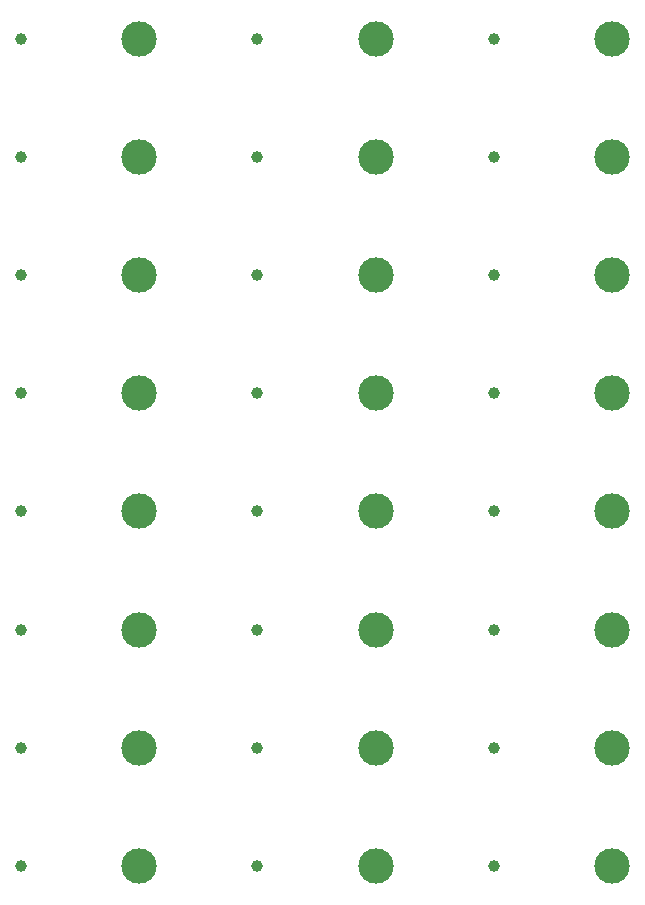
<source format=gbr>
%TF.GenerationSoftware,KiCad,Pcbnew,7.99.0-unknown-5ea170baab~172~ubuntu22.04.1*%
%TF.CreationDate,2023-09-19T12:12:01+03:00*%
%TF.ProjectId,drill_file_creator,6472696c-6c5f-4666-996c-655f63726561,rev?*%
%TF.SameCoordinates,Original*%
%TF.FileFunction,Copper,L2,Bot*%
%TF.FilePolarity,Positive*%
%FSLAX46Y46*%
G04 Gerber Fmt 4.6, Leading zero omitted, Abs format (unit mm)*
G04 Created by KiCad (PCBNEW 7.99.0-unknown-5ea170baab~172~ubuntu22.04.1) date 2023-09-19 12:12:01*
%MOMM*%
%LPD*%
G01*
G04 APERTURE LIST*
%TA.AperFunction,ViaPad*%
%ADD10C,3.000000*%
%TD*%
%TA.AperFunction,ViaPad*%
%ADD11C,1.000000*%
%TD*%
G04 APERTURE END LIST*
D10*
%TO.N,*%
X200000000Y-120000000D03*
X200000000Y-110000000D03*
X200000000Y-90000000D03*
X200000000Y-70000000D03*
X200000000Y-50000000D03*
X200000000Y-60000000D03*
X200000000Y-100000000D03*
X200000000Y-80000000D03*
D11*
X190000000Y-120000000D03*
X190000000Y-110000000D03*
X190000000Y-90000000D03*
X190000000Y-70000000D03*
X190000000Y-50000000D03*
X190000000Y-60000000D03*
X190000000Y-100000000D03*
X190000000Y-80000000D03*
D10*
X180000000Y-120000000D03*
X180000000Y-110000000D03*
X180000000Y-90000000D03*
X180000000Y-70000000D03*
X180000000Y-50000000D03*
X180000000Y-60000000D03*
X180000000Y-100000000D03*
X180000000Y-80000000D03*
D11*
X170000000Y-120000000D03*
X170000000Y-110000000D03*
X170000000Y-90000000D03*
X170000000Y-70000000D03*
X170000000Y-50000000D03*
X170000000Y-60000000D03*
X170000000Y-100000000D03*
X170000000Y-80000000D03*
D10*
X160000000Y-120000000D03*
X160000000Y-110000000D03*
X160000000Y-90000000D03*
X160000000Y-70000000D03*
X160000000Y-50000000D03*
X160000000Y-60000000D03*
X160000000Y-100000000D03*
X160000000Y-80000000D03*
D11*
X150000000Y-120000000D03*
X150000000Y-110000000D03*
X150000000Y-100000000D03*
X150000000Y-90000000D03*
X150000000Y-80000000D03*
X150000000Y-70000000D03*
X150000000Y-60000000D03*
X150000000Y-50000000D03*
%TD*%
M02*

</source>
